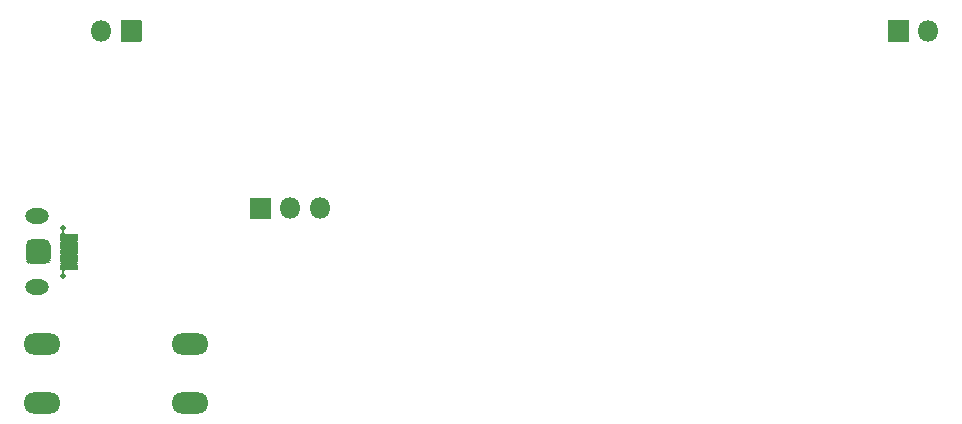
<source format=gbr>
G04 #@! TF.GenerationSoftware,KiCad,Pcbnew,5.1.9+dfsg1-1~bpo10+1*
G04 #@! TF.CreationDate,2021-05-29T21:01:30+02:00*
G04 #@! TF.ProjectId,esp_12e_traffic_monitor,6573705f-3132-4655-9f74-726166666963,C*
G04 #@! TF.SameCoordinates,Original*
G04 #@! TF.FileFunction,Soldermask,Bot*
G04 #@! TF.FilePolarity,Negative*
%FSLAX46Y46*%
G04 Gerber Fmt 4.6, Leading zero omitted, Abs format (unit mm)*
G04 Created by KiCad (PCBNEW 5.1.9+dfsg1-1~bpo10+1) date 2021-05-29 21:01:30*
%MOMM*%
%LPD*%
G01*
G04 APERTURE LIST*
%ADD10O,1.802000X1.802000*%
%ADD11O,3.150000X1.829200*%
%ADD12O,2.002000X1.302000*%
%ADD13C,0.502000*%
%ADD14C,0.100000*%
G04 APERTURE END LIST*
G36*
G01*
X165830000Y-98401000D02*
X164130000Y-98401000D01*
G75*
G02*
X164079000Y-98350000I0J51000D01*
G01*
X164079000Y-96650000D01*
G75*
G02*
X164130000Y-96599000I51000J0D01*
G01*
X165830000Y-96599000D01*
G75*
G02*
X165881000Y-96650000I0J-51000D01*
G01*
X165881000Y-98350000D01*
G75*
G02*
X165830000Y-98401000I-51000J0D01*
G01*
G37*
D10*
X167520000Y-97500000D03*
G36*
G01*
X111810000Y-113401000D02*
X110110000Y-113401000D01*
G75*
G02*
X110059000Y-113350000I0J51000D01*
G01*
X110059000Y-111650000D01*
G75*
G02*
X110110000Y-111599000I51000J0D01*
G01*
X111810000Y-111599000D01*
G75*
G02*
X111861000Y-111650000I0J-51000D01*
G01*
X111861000Y-113350000D01*
G75*
G02*
X111810000Y-113401000I-51000J0D01*
G01*
G37*
X113500000Y-112500000D03*
X116040000Y-112500000D03*
X97480000Y-97500000D03*
G36*
G01*
X99170000Y-96599000D02*
X100870000Y-96599000D01*
G75*
G02*
X100921000Y-96650000I0J-51000D01*
G01*
X100921000Y-98350000D01*
G75*
G02*
X100870000Y-98401000I-51000J0D01*
G01*
X99170000Y-98401000D01*
G75*
G02*
X99119000Y-98350000I0J51000D01*
G01*
X99119000Y-96650000D01*
G75*
G02*
X99170000Y-96599000I51000J0D01*
G01*
G37*
D11*
X105000000Y-124000000D03*
X105000000Y-129000000D03*
X92500000Y-124000000D03*
X92500000Y-129000000D03*
D12*
X92062500Y-113200000D03*
X92062500Y-119200000D03*
D13*
X94262500Y-114200000D03*
G36*
G01*
X95437500Y-116451000D02*
X94087500Y-116451000D01*
G75*
G02*
X94036500Y-116400000I0J51000D01*
G01*
X94036500Y-116000000D01*
G75*
G02*
X94087500Y-115949000I51000J0D01*
G01*
X95437500Y-115949000D01*
G75*
G02*
X95488500Y-116000000I0J-51000D01*
G01*
X95488500Y-116400000D01*
G75*
G02*
X95437500Y-116451000I-51000J0D01*
G01*
G37*
G36*
G01*
X95437500Y-115801000D02*
X94087500Y-115801000D01*
G75*
G02*
X94036500Y-115750000I0J51000D01*
G01*
X94036500Y-115350000D01*
G75*
G02*
X94087500Y-115299000I51000J0D01*
G01*
X95437500Y-115299000D01*
G75*
G02*
X95488500Y-115350000I0J-51000D01*
G01*
X95488500Y-115750000D01*
G75*
G02*
X95437500Y-115801000I-51000J0D01*
G01*
G37*
G36*
G01*
X95437500Y-115151000D02*
X94087500Y-115151000D01*
G75*
G02*
X94036500Y-115100000I0J51000D01*
G01*
X94036500Y-114700000D01*
G75*
G02*
X94087500Y-114649000I51000J0D01*
G01*
X95437500Y-114649000D01*
G75*
G02*
X95488500Y-114700000I0J-51000D01*
G01*
X95488500Y-115100000D01*
G75*
G02*
X95437500Y-115151000I-51000J0D01*
G01*
G37*
G36*
G01*
X95437500Y-117751000D02*
X94087500Y-117751000D01*
G75*
G02*
X94036500Y-117700000I0J51000D01*
G01*
X94036500Y-117300000D01*
G75*
G02*
X94087500Y-117249000I51000J0D01*
G01*
X95437500Y-117249000D01*
G75*
G02*
X95488500Y-117300000I0J-51000D01*
G01*
X95488500Y-117700000D01*
G75*
G02*
X95437500Y-117751000I-51000J0D01*
G01*
G37*
G36*
G01*
X95437500Y-117101000D02*
X94087500Y-117101000D01*
G75*
G02*
X94036500Y-117050000I0J51000D01*
G01*
X94036500Y-116650000D01*
G75*
G02*
X94087500Y-116599000I51000J0D01*
G01*
X95437500Y-116599000D01*
G75*
G02*
X95488500Y-116650000I0J-51000D01*
G01*
X95488500Y-117050000D01*
G75*
G02*
X95437500Y-117101000I-51000J0D01*
G01*
G37*
X94262500Y-118200000D03*
G36*
G01*
X92682500Y-117251000D02*
X91631500Y-117251000D01*
G75*
G02*
X91106000Y-116725500I0J525500D01*
G01*
X91106000Y-115674500D01*
G75*
G02*
X91631500Y-115149000I525500J0D01*
G01*
X92682500Y-115149000D01*
G75*
G02*
X93208000Y-115674500I0J-525500D01*
G01*
X93208000Y-116725500D01*
G75*
G02*
X92682500Y-117251000I-525500J0D01*
G01*
G37*
D14*
G36*
X94452852Y-117750000D02*
G01*
X94452852Y-117752000D01*
X94451316Y-117752990D01*
X94427129Y-117755372D01*
X94404054Y-117762372D01*
X94382790Y-117773737D01*
X94364153Y-117789032D01*
X94348858Y-117807669D01*
X94337493Y-117828933D01*
X94330493Y-117852008D01*
X94328130Y-117875998D01*
X94330493Y-117899990D01*
X94337493Y-117923065D01*
X94348858Y-117944329D01*
X94364153Y-117962966D01*
X94380631Y-117976488D01*
X94381335Y-117978360D01*
X94380067Y-117979906D01*
X94378597Y-117979882D01*
X94334779Y-117961732D01*
X94286903Y-117952209D01*
X94238097Y-117952209D01*
X94190221Y-117961732D01*
X94146403Y-117979882D01*
X94144420Y-117979621D01*
X94143655Y-117977773D01*
X94144369Y-117976488D01*
X94160847Y-117962965D01*
X94176142Y-117944328D01*
X94187507Y-117923064D01*
X94194507Y-117899989D01*
X94196870Y-117875998D01*
X94194507Y-117852007D01*
X94187507Y-117828932D01*
X94176141Y-117807669D01*
X94160846Y-117789032D01*
X94142209Y-117773737D01*
X94120945Y-117762372D01*
X94097870Y-117755372D01*
X94073684Y-117752990D01*
X94072058Y-117751825D01*
X94072254Y-117749835D01*
X94073880Y-117749000D01*
X94451120Y-117749000D01*
X94452852Y-117750000D01*
G37*
G36*
X91107990Y-116725304D02*
G01*
X91118067Y-116827625D01*
X91147858Y-116925831D01*
X91196234Y-117016336D01*
X91261336Y-117095664D01*
X91340664Y-117160766D01*
X91431169Y-117209142D01*
X91529375Y-117238933D01*
X91631696Y-117249010D01*
X91633322Y-117250175D01*
X91633126Y-117252165D01*
X91631500Y-117253000D01*
X91575140Y-117253000D01*
X91574944Y-117252990D01*
X91478594Y-117243501D01*
X91478209Y-117243425D01*
X91391469Y-117217112D01*
X91391107Y-117216962D01*
X91311168Y-117174234D01*
X91310842Y-117174016D01*
X91240769Y-117116508D01*
X91240492Y-117116231D01*
X91182984Y-117046158D01*
X91182766Y-117045832D01*
X91140038Y-116965893D01*
X91139888Y-116965531D01*
X91113575Y-116878791D01*
X91113499Y-116878406D01*
X91104010Y-116782056D01*
X91104000Y-116781860D01*
X91104000Y-116725500D01*
X91105000Y-116723768D01*
X91107000Y-116723768D01*
X91107990Y-116725304D01*
G37*
G36*
X93209165Y-116723874D02*
G01*
X93210000Y-116725500D01*
X93210000Y-116781860D01*
X93209990Y-116782056D01*
X93200501Y-116878406D01*
X93200425Y-116878791D01*
X93174112Y-116965531D01*
X93173962Y-116965893D01*
X93131234Y-117045832D01*
X93131016Y-117046158D01*
X93073508Y-117116231D01*
X93073231Y-117116508D01*
X93003158Y-117174016D01*
X93002832Y-117174234D01*
X92922893Y-117216962D01*
X92922531Y-117217112D01*
X92835791Y-117243425D01*
X92835406Y-117243501D01*
X92739056Y-117252990D01*
X92738860Y-117253000D01*
X92682500Y-117253000D01*
X92680768Y-117252000D01*
X92680768Y-117250000D01*
X92682304Y-117249010D01*
X92784625Y-117238933D01*
X92882831Y-117209142D01*
X92973336Y-117160766D01*
X93052664Y-117095664D01*
X93117766Y-117016336D01*
X93166142Y-116925831D01*
X93195933Y-116827625D01*
X93206010Y-116725304D01*
X93207175Y-116723678D01*
X93209165Y-116723874D01*
G37*
G36*
X95490232Y-117100000D02*
G01*
X95490500Y-117101000D01*
X95490500Y-117249000D01*
X95489500Y-117250732D01*
X95488500Y-117251000D01*
X94036500Y-117251000D01*
X94034768Y-117250000D01*
X94034500Y-117249000D01*
X94034500Y-117101000D01*
X94035500Y-117099268D01*
X94036500Y-117099000D01*
X95488500Y-117099000D01*
X95490232Y-117100000D01*
G37*
G36*
X95490232Y-116450000D02*
G01*
X95490500Y-116451000D01*
X95490500Y-116599000D01*
X95489500Y-116600732D01*
X95488500Y-116601000D01*
X94036500Y-116601000D01*
X94034768Y-116600000D01*
X94034500Y-116599000D01*
X94034500Y-116451000D01*
X94035500Y-116449268D01*
X94036500Y-116449000D01*
X95488500Y-116449000D01*
X95490232Y-116450000D01*
G37*
G36*
X95490232Y-115800000D02*
G01*
X95490500Y-115801000D01*
X95490500Y-115949000D01*
X95489500Y-115950732D01*
X95488500Y-115951000D01*
X94036500Y-115951000D01*
X94034768Y-115950000D01*
X94034500Y-115949000D01*
X94034500Y-115801000D01*
X94035500Y-115799268D01*
X94036500Y-115799000D01*
X95488500Y-115799000D01*
X95490232Y-115800000D01*
G37*
G36*
X91633232Y-115148000D02*
G01*
X91633232Y-115150000D01*
X91631696Y-115150990D01*
X91529375Y-115161067D01*
X91431169Y-115190858D01*
X91340664Y-115239234D01*
X91261336Y-115304336D01*
X91196234Y-115383664D01*
X91147858Y-115474169D01*
X91118067Y-115572375D01*
X91107990Y-115674696D01*
X91106825Y-115676322D01*
X91104835Y-115676126D01*
X91104000Y-115674500D01*
X91104000Y-115618140D01*
X91104010Y-115617944D01*
X91113499Y-115521594D01*
X91113575Y-115521209D01*
X91139888Y-115434469D01*
X91140038Y-115434107D01*
X91182766Y-115354168D01*
X91182984Y-115353842D01*
X91240492Y-115283769D01*
X91240769Y-115283492D01*
X91310842Y-115225984D01*
X91311168Y-115225766D01*
X91391107Y-115183038D01*
X91391469Y-115182888D01*
X91478209Y-115156575D01*
X91478594Y-115156499D01*
X91574944Y-115147010D01*
X91575140Y-115147000D01*
X91631500Y-115147000D01*
X91633232Y-115148000D01*
G37*
G36*
X92739056Y-115147010D02*
G01*
X92835406Y-115156499D01*
X92835791Y-115156575D01*
X92922531Y-115182888D01*
X92922893Y-115183038D01*
X93002832Y-115225766D01*
X93003158Y-115225984D01*
X93073231Y-115283492D01*
X93073508Y-115283769D01*
X93131016Y-115353842D01*
X93131234Y-115354168D01*
X93173962Y-115434107D01*
X93174112Y-115434469D01*
X93200425Y-115521209D01*
X93200501Y-115521594D01*
X93209990Y-115617944D01*
X93210000Y-115618140D01*
X93210000Y-115674500D01*
X93209000Y-115676232D01*
X93207000Y-115676232D01*
X93206010Y-115674696D01*
X93195933Y-115572375D01*
X93166142Y-115474169D01*
X93117766Y-115383664D01*
X93052664Y-115304336D01*
X92973336Y-115239234D01*
X92882831Y-115190858D01*
X92784625Y-115161067D01*
X92682304Y-115150990D01*
X92680678Y-115149825D01*
X92680874Y-115147835D01*
X92682500Y-115147000D01*
X92738860Y-115147000D01*
X92739056Y-115147010D01*
G37*
G36*
X95490232Y-115150000D02*
G01*
X95490500Y-115151000D01*
X95490500Y-115299000D01*
X95489500Y-115300732D01*
X95488500Y-115301000D01*
X94036500Y-115301000D01*
X94034768Y-115300000D01*
X94034500Y-115299000D01*
X94034500Y-115151000D01*
X94035500Y-115149268D01*
X94036500Y-115149000D01*
X95488500Y-115149000D01*
X95490232Y-115150000D01*
G37*
G36*
X94146403Y-114420118D02*
G01*
X94190221Y-114438268D01*
X94238097Y-114447791D01*
X94286903Y-114447791D01*
X94334779Y-114438268D01*
X94378597Y-114420118D01*
X94380580Y-114420379D01*
X94381345Y-114422227D01*
X94380631Y-114423512D01*
X94364153Y-114437035D01*
X94348858Y-114455672D01*
X94337493Y-114476936D01*
X94330493Y-114500011D01*
X94328130Y-114524001D01*
X94330493Y-114547993D01*
X94337493Y-114571068D01*
X94348859Y-114592331D01*
X94364154Y-114610968D01*
X94382791Y-114626263D01*
X94404055Y-114637628D01*
X94427130Y-114644628D01*
X94451316Y-114647010D01*
X94452942Y-114648175D01*
X94452746Y-114650165D01*
X94451120Y-114651000D01*
X94073880Y-114651000D01*
X94072148Y-114650000D01*
X94072148Y-114648000D01*
X94073684Y-114647010D01*
X94097871Y-114644628D01*
X94120946Y-114637628D01*
X94142210Y-114626263D01*
X94160847Y-114610968D01*
X94176142Y-114592331D01*
X94187507Y-114571067D01*
X94194507Y-114547992D01*
X94196870Y-114524001D01*
X94194507Y-114500010D01*
X94187507Y-114476935D01*
X94176142Y-114455671D01*
X94160847Y-114437034D01*
X94144369Y-114423512D01*
X94143665Y-114421640D01*
X94144933Y-114420094D01*
X94146403Y-114420118D01*
G37*
M02*

</source>
